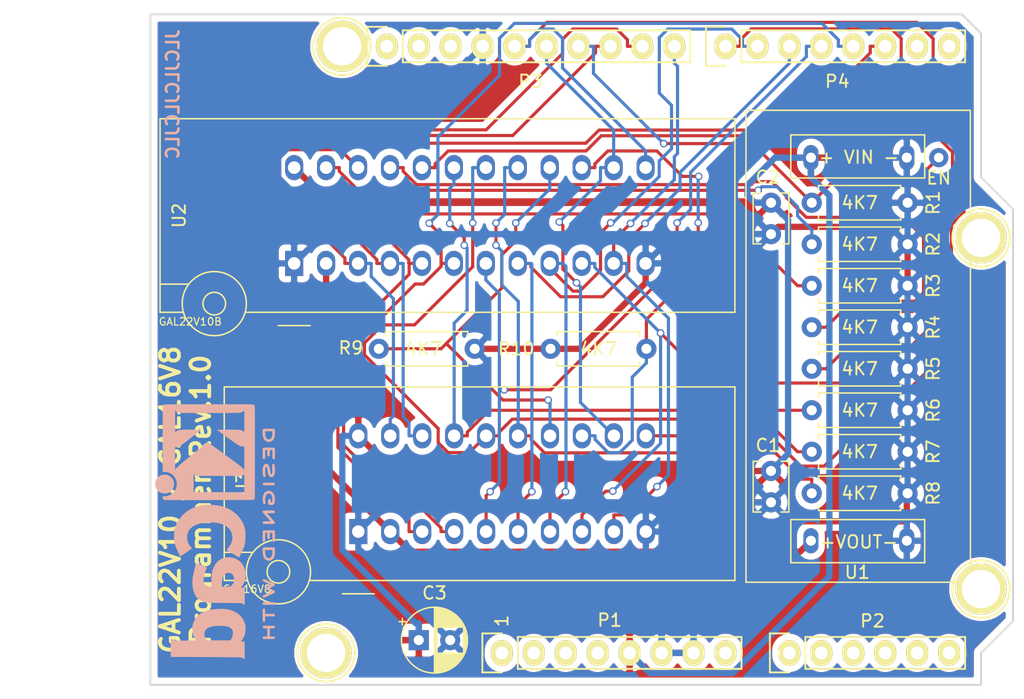
<source format=kicad_pcb>
(kicad_pcb (version 20171130) (host pcbnew 5.1.10)
  (title_block (date "lun. 30 mars 2015"))
  (layers (0 F.Cu signal) (31 B.Cu signal) (34 B.Paste user) (35 F.Paste user) (36 B.SilkS user) (37 F.SilkS user) (38 B.Mask user) (39 F.Mask user) (44 Edge.Cuts user))
  (net 0 "")
  (net 1 +5V)
  (net 2 GND)
  (net 3 "Net-(P5-Pad1)")
  (net 4 "Net-(P6-Pad1)")
  (net 5 "Net-(P7-Pad1)")
  (net 6 "Net-(P8-Pad1)")
  (net 7 "Net-(P1-Pad1)")
  (net 8 "Net-(P1-Pad2)")
  (net 9 "Net-(P1-Pad4)")
  (net 10 "Net-(P1-Pad8)")
  (net 11 "Net-(P2-Pad1)")
  (net 12 "Net-(P2-Pad2)")
  (net 13 "Net-(P2-Pad3)")
  (net 14 "Net-(P2-Pad4)")
  (net 15 "Net-(P2-Pad5)")
  (net 16 "Net-(P2-Pad6)")
  (net 17 /STROBE)
  (net 18 /SDOUT)
  (net 19 /VPP_EN)
  (net 20 /RA0)
  (net 21 /PV)
  (net 22 /SDIN)
  (net 23 /SCLK)
  (net 24 /RA5)
  (net 25 /RA4)
  (net 26 /RA3)
  (net 27 /RA2)
  (net 28 /RA1)
  (net 29 "Net-(R2-Pad2)")
  (net 30 "Net-(R3-Pad2)")
  (net 31 "Net-(R4-Pad2)")
  (net 32 "Net-(R5-Pad2)")
  (net 33 "Net-(R6-Pad2)")
  (net 34 "Net-(R7-Pad2)")
  (net 35 "Net-(R8-Pad2)")
  (net 36 "Net-(R9-Pad2)")
  (net 37 "Net-(R10-Pad2)")
  (net 38 /Edit)
  (net 39 "Net-(P1-Pad3)")
  (net 40 "Net-(P3-Pad1)")
  (net 41 "Net-(P3-Pad2)")
  (net 42 "Net-(P3-Pad3)")
  (net 43 "Net-(P4-Pad7)")
  (net 44 "Net-(P4-Pad8)")
  (module Resistor_THT:R_Axial_DIN0207_L6.3mm_D2.5mm_P7.62mm_Horizontal (layer F.Cu) (at 136.78 99.6315 180)
    (fp_text reference R9 (at 9.8425 0.0635 180) (layer F.SilkS))
    (fp_text value 4K7 (at 4.064 0) (layer F.SilkS))
    (pad 2 thru_hole oval (at 7.62 0 180) (size 1.6 1.6) (drill 0.8) (layers *.Cu *.Mask) (net 36 "Net-(R9-Pad2)"))
    (pad 1 thru_hole circle (at 0 0 180) (size 1.6 1.6) (drill 0.8) (layers *.Cu *.Mask) (net 2 GND))
  )
  (module Resistor_THT:R_Axial_DIN0207_L6.3mm_D2.5mm_P7.62mm_Horizontal (layer F.Cu) (at 142.812 99.6315)
    (fp_text reference R10 (at -2.7305 0 180) (layer F.SilkS))
    (fp_text value 4K7 (at 3.81 0) (layer F.SilkS))
    (pad 2 thru_hole oval (at 7.62 0) (size 1.6 1.6) (drill 0.8) (layers *.Cu *.Mask) (net 37 "Net-(R10-Pad2)"))
    (pad 1 thru_hole circle (at 0 0) (size 1.6 1.6) (drill 0.8) (layers *.Cu *.Mask) (net 2 GND))
  )
  (module MT3608:MT3608Module (layer F.Cu) (at 167.322 99.2505 90)
    (fp_text reference U1 (at -18.161 -0.127 180) (layer F.SilkS))
    (fp_text value MT3608_Module-My_Symbols)
    (fp_text user "+ VIN -" (at 14.859 0 180) (layer F.SilkS))
    (fp_text user +VOUT- (at -15.748 0 180) (layer F.SilkS))
    (fp_text user EN (at 13.208 6.35 180) (layer F.SilkS))
    (pad 4 thru_hole oval (at -15.6524 3.8092 180) (size 1.2 2) (drill 0.8) (layers *.Cu *.Mask) (net 2 GND))
    (pad 2 thru_hole oval (at 14.8276 3.8092 180) (size 1.2 2) (drill 0.8) (layers *.Cu *.Mask) (net 2 GND))
    (pad 3 thru_hole oval (at -15.6524 -3.8108 180) (size 1.2 2) (drill 0.8) (layers *.Cu *.Mask) (net 38 /Edit))
    (pad 1 thru_hole oval (at 14.8276 -3.8108 180) (size 1.2 2) (drill 0.8) (layers *.Cu *.Mask) (net 1 +5V))
    (pad 5 thru_hole circle (at 14.8276 6.3492 90) (size 1.524 1.524) (drill 0.762) (layers *.Cu *.Mask) (net 19 /VPP_EN))
  )
  (module Symbol:KiCad-Logo2_8mm_SilkScreen (layer B.Cu) (at 115.316 114.173 270)
    (fp_text reference REF** hide)
    (fp_text value KiCad-Logo2_8mm_SilkScreen hide)
  )
  (module Socket:DIP_Socket-20_W4.3_W5.08_W7.62_W10.16_W10.9_3M_220-3342-00-0602J (layer F.Cu) (at 127.528 114.173 90)
    (fp_text reference U3 (at 3.81 -9.164 90) (layer F.SilkS))
    (fp_text value GAL16V8 (at -4.572 -8.8465 180) (layer F.SilkS) (effects (font (size 0.6 0.6) (thickness 0.09))))
    (pad 11 thru_hole oval (at 7.62 22.86 90) (size 2 1.44) (drill 1) (layers *.Cu *.Mask) (net 17 /STROBE))
    (pad 10 thru_hole oval (at 0 22.86 90) (size 2 1.44) (drill 1) (layers *.Cu *.Mask) (net 2 GND))
    (pad 12 thru_hole oval (at 7.62 20.32 90) (size 2 1.44) (drill 1) (layers *.Cu *.Mask) (net 18 /SDOUT))
    (pad 9 thru_hole oval (at 0 20.32 90) (size 2 1.44) (drill 1) (layers *.Cu *.Mask) (net 22 /SDIN))
    (pad 13 thru_hole oval (at 7.62 17.78 90) (size 2 1.44) (drill 1) (layers *.Cu *.Mask) (net 37 "Net-(R10-Pad2)"))
    (pad 8 thru_hole oval (at 0 17.78 90) (size 2 1.44) (drill 1) (layers *.Cu *.Mask) (net 23 /SCLK))
    (pad 14 thru_hole oval (at 7.62 15.24 90) (size 2 1.44) (drill 1) (layers *.Cu *.Mask) (net 36 "Net-(R9-Pad2)"))
    (pad 7 thru_hole oval (at 0 15.24 90) (size 2 1.44) (drill 1) (layers *.Cu *.Mask) (net 24 /RA5))
    (pad 15 thru_hole oval (at 7.62 12.7 90) (size 2 1.44) (drill 1) (layers *.Cu *.Mask) (net 35 "Net-(R8-Pad2)"))
    (pad 6 thru_hole oval (at 0 12.7 90) (size 2 1.44) (drill 1) (layers *.Cu *.Mask) (net 25 /RA4))
    (pad 16 thru_hole oval (at 7.62 10.16 90) (size 2 1.44) (drill 1) (layers *.Cu *.Mask) (net 34 "Net-(R7-Pad2)"))
    (pad 5 thru_hole oval (at 0 10.16 90) (size 2 1.44) (drill 1) (layers *.Cu *.Mask) (net 26 /RA3))
    (pad 17 thru_hole oval (at 7.62 7.62 90) (size 2 1.44) (drill 1) (layers *.Cu *.Mask) (net 33 "Net-(R6-Pad2)"))
    (pad 4 thru_hole oval (at 0 7.62 90) (size 2 1.44) (drill 1) (layers *.Cu *.Mask) (net 27 /RA2))
    (pad 18 thru_hole oval (at 7.62 5.08 90) (size 2 1.44) (drill 1) (layers *.Cu *.Mask) (net 20 /RA0))
    (pad 3 thru_hole oval (at 0 5.08 90) (size 2 1.44) (drill 1) (layers *.Cu *.Mask) (net 28 /RA1))
    (pad 19 thru_hole oval (at 7.62 2.54 90) (size 2 1.44) (drill 1) (layers *.Cu *.Mask) (net 21 /PV))
    (pad 2 thru_hole oval (at 0 2.54 90) (size 2 1.44) (drill 1) (layers *.Cu *.Mask) (net 38 /Edit))
    (pad 20 thru_hole oval (at 7.62 0 90) (size 2 1.44) (drill 1) (layers *.Cu *.Mask) (net 1 +5V))
    (pad 1 thru_hole rect (at 0 0 90) (size 2 1.44) (drill 1) (layers *.Cu *.Mask) (net 2 GND))
  )
  (module Socket:DIP_Socket-24_W4.3_W5.08_W7.62_W10.16_W10.9_3M_224-5248-00-0602J (layer F.Cu) (at 122.428 92.837 90)
    (fp_text reference U2 (at 3.81 -9.144 90) (layer F.SilkS))
    (fp_text value GAL22V10B (at -4.6355 -8.255 180) (layer F.SilkS) (effects (font (size 0.6 0.6) (thickness 0.09))))
    (pad 13 thru_hole oval (at 7.62 27.94 90) (size 2 1.44) (drill 1) (layers *.Cu *.Mask) (net 17 /STROBE))
    (pad 12 thru_hole oval (at 0 27.94 90) (size 2 1.44) (drill 1) (layers *.Cu *.Mask) (net 2 GND))
    (pad 14 thru_hole oval (at 7.62 25.4 90) (size 2 1.44) (drill 1) (layers *.Cu *.Mask) (net 18 /SDOUT))
    (pad 11 thru_hole oval (at 0 25.4 90) (size 2 1.44) (drill 1) (layers *.Cu *.Mask) (net 22 /SDIN))
    (pad 15 thru_hole oval (at 7.62 22.86 90) (size 2 1.44) (drill 1) (layers *.Cu *.Mask) (net 37 "Net-(R10-Pad2)"))
    (pad 10 thru_hole oval (at 0 22.86 90) (size 2 1.44) (drill 1) (layers *.Cu *.Mask) (net 23 /SCLK))
    (pad 16 thru_hole oval (at 7.62 20.32 90) (size 2 1.44) (drill 1) (layers *.Cu *.Mask) (net 36 "Net-(R9-Pad2)"))
    (pad 9 thru_hole oval (at 0 20.32 90) (size 2 1.44) (drill 1) (layers *.Cu *.Mask) (net 24 /RA5))
    (pad 17 thru_hole oval (at 7.62 17.78 90) (size 2 1.44) (drill 1) (layers *.Cu *.Mask) (net 35 "Net-(R8-Pad2)"))
    (pad 8 thru_hole oval (at 0 17.78 90) (size 2 1.44) (drill 1) (layers *.Cu *.Mask) (net 25 /RA4))
    (pad 18 thru_hole oval (at 7.62 15.24 90) (size 2 1.44) (drill 1) (layers *.Cu *.Mask) (net 34 "Net-(R7-Pad2)"))
    (pad 7 thru_hole oval (at 0 15.24 90) (size 2 1.44) (drill 1) (layers *.Cu *.Mask) (net 26 /RA3))
    (pad 19 thru_hole oval (at 7.62 12.7 90) (size 2 1.44) (drill 1) (layers *.Cu *.Mask) (net 33 "Net-(R6-Pad2)"))
    (pad 6 thru_hole oval (at 0 12.7 90) (size 2 1.44) (drill 1) (layers *.Cu *.Mask) (net 27 /RA2))
    (pad 20 thru_hole oval (at 7.62 10.16 90) (size 2 1.44) (drill 1) (layers *.Cu *.Mask) (net 32 "Net-(R5-Pad2)"))
    (pad 5 thru_hole oval (at 0 10.16 90) (size 2 1.44) (drill 1) (layers *.Cu *.Mask) (net 28 /RA1))
    (pad 21 thru_hole oval (at 7.62 7.62 90) (size 2 1.44) (drill 1) (layers *.Cu *.Mask) (net 31 "Net-(R4-Pad2)"))
    (pad 4 thru_hole oval (at 0 7.62 90) (size 2 1.44) (drill 1) (layers *.Cu *.Mask) (net 20 /RA0))
    (pad 22 thru_hole oval (at 7.62 5.08 90) (size 2 1.44) (drill 1) (layers *.Cu *.Mask) (net 30 "Net-(R3-Pad2)"))
    (pad 3 thru_hole oval (at 0 5.08 90) (size 2 1.44) (drill 1) (layers *.Cu *.Mask) (net 21 /PV))
    (pad 23 thru_hole oval (at 7.62 2.54 90) (size 2 1.44) (drill 1) (layers *.Cu *.Mask) (net 29 "Net-(R2-Pad2)"))
    (pad 2 thru_hole oval (at 0 2.54 90) (size 2 1.44) (drill 1) (layers *.Cu *.Mask) (net 38 /Edit))
    (pad 24 thru_hole oval (at 7.62 0 90) (size 2 1.44) (drill 1) (layers *.Cu *.Mask) (net 1 +5V))
    (pad 1 thru_hole rect (at 0 0 90) (size 2 1.44) (drill 1) (layers *.Cu *.Mask) (net 2 GND))
  )
  (module Resistor_THT:R_Axial_DIN0207_L6.3mm_D2.5mm_P7.62mm_Horizontal (layer F.Cu) (at 171.196 111.125 180)
    (fp_text reference R8 (at -2.032 0 90) (layer F.SilkS))
    (fp_text value 4K7 (at 3.81 0) (layer F.SilkS))
    (pad 2 thru_hole oval (at 7.62 0 180) (size 1.6 1.6) (drill 0.8) (layers *.Cu *.Mask) (net 35 "Net-(R8-Pad2)"))
    (pad 1 thru_hole circle (at 0 0 180) (size 1.6 1.6) (drill 0.8) (layers *.Cu *.Mask) (net 2 GND))
  )
  (module Resistor_THT:R_Axial_DIN0207_L6.3mm_D2.5mm_P7.62mm_Horizontal (layer F.Cu) (at 171.196 107.823 180)
    (fp_text reference R7 (at -2.032 0 90) (layer F.SilkS))
    (fp_text value 4K7 (at 3.81 0) (layer F.SilkS))
    (pad 2 thru_hole oval (at 7.62 0 180) (size 1.6 1.6) (drill 0.8) (layers *.Cu *.Mask) (net 34 "Net-(R7-Pad2)"))
    (pad 1 thru_hole circle (at 0 0 180) (size 1.6 1.6) (drill 0.8) (layers *.Cu *.Mask) (net 2 GND))
  )
  (module Resistor_THT:R_Axial_DIN0207_L6.3mm_D2.5mm_P7.62mm_Horizontal (layer F.Cu) (at 171.196 104.521 180)
    (fp_text reference R6 (at -2.032 0 90) (layer F.SilkS))
    (fp_text value 4K7 (at 3.81 0) (layer F.SilkS))
    (pad 2 thru_hole oval (at 7.62 0 180) (size 1.6 1.6) (drill 0.8) (layers *.Cu *.Mask) (net 33 "Net-(R6-Pad2)"))
    (pad 1 thru_hole circle (at 0 0 180) (size 1.6 1.6) (drill 0.8) (layers *.Cu *.Mask) (net 2 GND))
  )
  (module Resistor_THT:R_Axial_DIN0207_L6.3mm_D2.5mm_P7.62mm_Horizontal (layer F.Cu) (at 171.196 101.219 180)
    (fp_text reference R5 (at -2.032 0 90) (layer F.SilkS))
    (fp_text value 4K7 (at 3.81 0) (layer F.SilkS))
    (pad 2 thru_hole oval (at 7.62 0 180) (size 1.6 1.6) (drill 0.8) (layers *.Cu *.Mask) (net 32 "Net-(R5-Pad2)"))
    (pad 1 thru_hole circle (at 0 0 180) (size 1.6 1.6) (drill 0.8) (layers *.Cu *.Mask) (net 2 GND))
  )
  (module Resistor_THT:R_Axial_DIN0207_L6.3mm_D2.5mm_P7.62mm_Horizontal (layer F.Cu) (at 171.196 97.917 180)
    (fp_text reference R4 (at -2.032 0 90) (layer F.SilkS))
    (fp_text value 4K7 (at 3.81 0) (layer F.SilkS))
    (pad 2 thru_hole oval (at 7.62 0 180) (size 1.6 1.6) (drill 0.8) (layers *.Cu *.Mask) (net 31 "Net-(R4-Pad2)"))
    (pad 1 thru_hole circle (at 0 0 180) (size 1.6 1.6) (drill 0.8) (layers *.Cu *.Mask) (net 2 GND))
  )
  (module Resistor_THT:R_Axial_DIN0207_L6.3mm_D2.5mm_P7.62mm_Horizontal (layer F.Cu) (at 171.196 94.615 180)
    (fp_text reference R3 (at -2.032 0 90) (layer F.SilkS))
    (fp_text value 4K7 (at 3.81 0) (layer F.SilkS))
    (pad 2 thru_hole oval (at 7.62 0 180) (size 1.6 1.6) (drill 0.8) (layers *.Cu *.Mask) (net 30 "Net-(R3-Pad2)"))
    (pad 1 thru_hole circle (at 0 0 180) (size 1.6 1.6) (drill 0.8) (layers *.Cu *.Mask) (net 2 GND))
  )
  (module Resistor_THT:R_Axial_DIN0207_L6.3mm_D2.5mm_P7.62mm_Horizontal (layer F.Cu) (at 171.196 91.313 180)
    (fp_text reference R2 (at -2.032 0 90) (layer F.SilkS))
    (fp_text value 4K7 (at 3.81 0) (layer F.SilkS))
    (pad 2 thru_hole oval (at 7.62 0 180) (size 1.6 1.6) (drill 0.8) (layers *.Cu *.Mask) (net 29 "Net-(R2-Pad2)"))
    (pad 1 thru_hole circle (at 0 0 180) (size 1.6 1.6) (drill 0.8) (layers *.Cu *.Mask) (net 2 GND))
  )
  (module Resistor_THT:R_Axial_DIN0207_L6.3mm_D2.5mm_P7.62mm_Horizontal (layer F.Cu) (at 163.576 88.011)
    (fp_text reference R1 (at 9.652 0 90) (layer F.SilkS))
    (fp_text value 4K7 (at 3.81 0) (layer F.SilkS))
    (pad 2 thru_hole oval (at 7.62 0) (size 1.6 1.6) (drill 0.8) (layers *.Cu *.Mask) (net 2 GND))
    (pad 1 thru_hole circle (at 0 0) (size 1.6 1.6) (drill 0.8) (layers *.Cu *.Mask) (net 19 /VPP_EN))
  )
  (module Capacitor_THT:CP_Radial_D5.0mm_P2.50mm (layer F.Cu) (at 132.334 122.809)
    (fp_text reference C3 (at 1.25 -3.75) (layer F.SilkS))
    (fp_text value 10uF)
    (pad 2 thru_hole circle (at 2.5 0) (size 1.6 1.6) (drill 0.8) (layers *.Cu *.Mask) (net 2 GND))
    (pad 1 thru_hole rect (at 0 0) (size 1.6 1.6) (drill 0.8) (layers *.Cu *.Mask) (net 1 +5V))
  )
  (module Capacitor_THT:C_Disc_D3.8mm_W2.6mm_P2.50mm (layer F.Cu) (at 160.338 88.011 270)
    (fp_text reference C2 (at -2.032 0.254 180) (layer F.SilkS))
    (fp_text value 100nF)
    (pad 2 thru_hole circle (at 2.5 0 270) (size 1.6 1.6) (drill 0.8) (layers *.Cu *.Mask) (net 2 GND))
    (pad 1 thru_hole circle (at 0 0 270) (size 1.6 1.6) (drill 0.8) (layers *.Cu *.Mask) (net 1 +5V))
  )
  (module Capacitor_THT:C_Disc_D3.8mm_W2.6mm_P2.50mm (layer F.Cu) (at 160.338 109.347 270)
    (fp_text reference C1 (at -2.032 0.254 180) (layer F.SilkS))
    (fp_text value 100nF)
    (pad 2 thru_hole circle (at 2.5 0 270) (size 1.6 1.6) (drill 0.8) (layers *.Cu *.Mask) (net 2 GND))
    (pad 1 thru_hole circle (at 0 0 270) (size 1.6 1.6) (drill 0.8) (layers *.Cu *.Mask) (net 1 +5V))
  )
  (module Socket_Arduino_Uno:Socket_Strip_Arduino_1x08 (layer F.Cu) (at 138.938 123.825)
    (fp_text reference P1 (at 8.5725 -2.6035) (layer F.SilkS))
    (fp_text value Power)
    (pad 8 thru_hole oval (at 17.78 0) (size 1.7272 2.032) (drill 1.016) (layers *.Cu *.Mask F.SilkS) (net 10 "Net-(P1-Pad8)"))
    (pad 7 thru_hole oval (at 15.24 0) (size 1.7272 2.032) (drill 1.016) (layers *.Cu *.Mask F.SilkS) (net 2 GND))
    (pad 6 thru_hole oval (at 12.7 0) (size 1.7272 2.032) (drill 1.016) (layers *.Cu *.Mask F.SilkS) (net 2 GND))
    (pad 5 thru_hole oval (at 10.16 0) (size 1.7272 2.032) (drill 1.016) (layers *.Cu *.Mask F.SilkS) (net 1 +5V))
    (pad 4 thru_hole oval (at 7.62 0) (size 1.7272 2.032) (drill 1.016) (layers *.Cu *.Mask F.SilkS) (net 9 "Net-(P1-Pad4)"))
    (pad 3 thru_hole oval (at 5.08 0) (size 1.7272 2.032) (drill 1.016) (layers *.Cu *.Mask F.SilkS) (net 39 "Net-(P1-Pad3)"))
    (pad 2 thru_hole oval (at 2.54 0) (size 1.7272 2.032) (drill 1.016) (layers *.Cu *.Mask F.SilkS) (net 8 "Net-(P1-Pad2)"))
    (pad 1 thru_hole oval (at 0 0) (size 1.7272 2.032) (drill 1.016) (layers *.Cu *.Mask F.SilkS) (net 7 "Net-(P1-Pad1)"))
  )
  (module Socket_Arduino_Uno:Socket_Strip_Arduino_1x06 (layer F.Cu) (at 161.798 123.825)
    (fp_text reference P2 (at 6.604 -2.54) (layer F.SilkS))
    (fp_text value Analog)
    (pad 1 thru_hole oval (at 0 0) (size 1.7272 2.032) (drill 1.016) (layers *.Cu *.Mask F.SilkS) (net 11 "Net-(P2-Pad1)"))
    (pad 2 thru_hole oval (at 2.54 0) (size 1.7272 2.032) (drill 1.016) (layers *.Cu *.Mask F.SilkS) (net 12 "Net-(P2-Pad2)"))
    (pad 3 thru_hole oval (at 5.08 0) (size 1.7272 2.032) (drill 1.016) (layers *.Cu *.Mask F.SilkS) (net 13 "Net-(P2-Pad3)"))
    (pad 4 thru_hole oval (at 7.62 0) (size 1.7272 2.032) (drill 1.016) (layers *.Cu *.Mask F.SilkS) (net 14 "Net-(P2-Pad4)"))
    (pad 5 thru_hole oval (at 10.16 0) (size 1.7272 2.032) (drill 1.016) (layers *.Cu *.Mask F.SilkS) (net 15 "Net-(P2-Pad5)"))
    (pad 6 thru_hole oval (at 12.7 0) (size 1.7272 2.032) (drill 1.016) (layers *.Cu *.Mask F.SilkS) (net 16 "Net-(P2-Pad6)"))
  )
  (module Socket_Arduino_Uno:Socket_Strip_Arduino_1x10 (layer F.Cu) (at 129.794 75.565)
    (fp_text reference P3 (at 11.43 2.794) (layer F.SilkS))
    (fp_text value Digital)
    (pad 1 thru_hole oval (at 0 0) (size 1.7272 2.032) (drill 1.016) (layers *.Cu *.Mask F.SilkS) (net 40 "Net-(P3-Pad1)"))
    (pad 2 thru_hole oval (at 2.54 0) (size 1.7272 2.032) (drill 1.016) (layers *.Cu *.Mask F.SilkS) (net 41 "Net-(P3-Pad2)"))
    (pad 3 thru_hole oval (at 5.08 0) (size 1.7272 2.032) (drill 1.016) (layers *.Cu *.Mask F.SilkS) (net 42 "Net-(P3-Pad3)"))
    (pad 4 thru_hole oval (at 7.62 0) (size 1.7272 2.032) (drill 1.016) (layers *.Cu *.Mask F.SilkS) (net 2 GND))
    (pad 5 thru_hole oval (at 10.16 0) (size 1.7272 2.032) (drill 1.016) (layers *.Cu *.Mask F.SilkS) (net 17 /STROBE))
    (pad 6 thru_hole oval (at 12.7 0) (size 1.7272 2.032) (drill 1.016) (layers *.Cu *.Mask F.SilkS) (net 18 /SDOUT))
    (pad 7 thru_hole oval (at 15.24 0) (size 1.7272 2.032) (drill 1.016) (layers *.Cu *.Mask F.SilkS) (net 19 /VPP_EN))
    (pad 8 thru_hole oval (at 17.78 0) (size 1.7272 2.032) (drill 1.016) (layers *.Cu *.Mask F.SilkS) (net 20 /RA0))
    (pad 9 thru_hole oval (at 20.32 0) (size 1.7272 2.032) (drill 1.016) (layers *.Cu *.Mask F.SilkS) (net 21 /PV))
    (pad 10 thru_hole oval (at 22.86 0) (size 1.7272 2.032) (drill 1.016) (layers *.Cu *.Mask F.SilkS) (net 22 /SDIN))
  )
  (module Socket_Arduino_Uno:Socket_Strip_Arduino_1x08 (layer F.Cu) (at 156.718 75.565)
    (fp_text reference P4 (at 8.89 2.794) (layer F.SilkS))
    (fp_text value Digital)
    (pad 1 thru_hole oval (at 0 0) (size 1.7272 2.032) (drill 1.016) (layers *.Cu *.Mask F.SilkS) (net 23 /SCLK))
    (pad 2 thru_hole oval (at 2.54 0) (size 1.7272 2.032) (drill 1.016) (layers *.Cu *.Mask F.SilkS) (net 24 /RA5))
    (pad 3 thru_hole oval (at 5.08 0) (size 1.7272 2.032) (drill 1.016) (layers *.Cu *.Mask F.SilkS) (net 25 /RA4))
    (pad 4 thru_hole oval (at 7.62 0) (size 1.7272 2.032) (drill 1.016) (layers *.Cu *.Mask F.SilkS) (net 26 /RA3))
    (pad 5 thru_hole oval (at 10.16 0) (size 1.7272 2.032) (drill 1.016) (layers *.Cu *.Mask F.SilkS) (net 27 /RA2))
    (pad 6 thru_hole oval (at 12.7 0) (size 1.7272 2.032) (drill 1.016) (layers *.Cu *.Mask F.SilkS) (net 28 /RA1))
    (pad 7 thru_hole oval (at 15.24 0) (size 1.7272 2.032) (drill 1.016) (layers *.Cu *.Mask F.SilkS) (net 43 "Net-(P4-Pad7)"))
    (pad 8 thru_hole oval (at 17.78 0) (size 1.7272 2.032) (drill 1.016) (layers *.Cu *.Mask F.SilkS) (net 44 "Net-(P4-Pad8)"))
  )
  (module Socket_Arduino_Uno:Arduino_1pin (layer F.Cu) (at 124.968 123.825)
    (fp_text reference P5 hide)
    (fp_text value CONN_01X01 hide)
    (pad 1 thru_hole circle (at 0 0) (size 4.064 4.064) (drill 3.048) (layers *.Cu *.Mask F.SilkS) (net 3 "Net-(P5-Pad1)"))
  )
  (module Socket_Arduino_Uno:Arduino_1pin (layer F.Cu) (at 177.038 118.745)
    (fp_text reference P6 hide)
    (fp_text value CONN_01X01 hide)
    (pad 1 thru_hole circle (at 0 0) (size 4.064 4.064) (drill 3.048) (layers *.Cu *.Mask F.SilkS) (net 4 "Net-(P6-Pad1)"))
  )
  (module Socket_Arduino_Uno:Arduino_1pin (layer F.Cu) (at 126.238 75.565)
    (fp_text reference P7 hide)
    (fp_text value CONN_01X01 hide)
    (pad 1 thru_hole circle (at 0 0) (size 4.064 4.064) (drill 3.048) (layers *.Cu *.Mask F.SilkS) (net 5 "Net-(P7-Pad1)"))
  )
  (module Socket_Arduino_Uno:Arduino_1pin (layer F.Cu) (at 177.038 90.805)
    (fp_text reference P8 hide)
    (fp_text value CONN_01X01 hide)
    (pad 1 thru_hole circle (at 0 0) (size 4.064 4.064) (drill 3.048) (layers *.Cu *.Mask F.SilkS) (net 6 "Net-(P8-Pad1)"))
  )
  (gr_text JLCJLCJLCJLC (at 112.776 79.375 90) (layer B.SilkS) (effects (font (size 1 1) (thickness 0.2)) (justify mirror)))
  (gr_text "GAL22V10 / GAL16V8\nProgrammer Rev.1.0" (at 113.792 111.633 90) (layer F.SilkS) (effects (font (size 1.5 1.5) (thickness 0.3))))
  (gr_text 1 (at 138.938 121.285 90) (layer F.SilkS) (effects (font (size 1 1))))
  (gr_line (start 177.038 74.549) (end 175.514 73.025) (angle 90) (layer Edge.Cuts) (width 0.15))
  (gr_line (start 177.038 85.979) (end 177.038 74.549) (angle 90) (layer Edge.Cuts) (width 0.15))
  (gr_line (start 179.578 88.519) (end 177.038 85.979) (angle 90) (layer Edge.Cuts) (width 0.15))
  (gr_line (start 179.578 121.285) (end 179.578 88.519) (angle 90) (layer Edge.Cuts) (width 0.15))
  (gr_line (start 177.038 123.825) (end 179.578 121.285) (angle 90) (layer Edge.Cuts) (width 0.15))
  (gr_line (start 177.038 126.365) (end 177.038 123.825) (angle 90) (layer Edge.Cuts) (width 0.15))
  (gr_line (start 110.998 126.365) (end 177.038 126.365) (angle 90) (layer Edge.Cuts) (width 0.15))
  (gr_line (start 110.998 73.025) (end 110.998 126.365) (angle 90) (layer Edge.Cuts) (width 0.15))
  (gr_line (start 175.514 73.025) (end 110.998 73.025) (angle 90) (layer Edge.Cuts) (width 0.15))
  (segment (start 163.5112 84.4229) (end 163.5112 85.9732) (width 0.5) (layer B.Cu) (net 1))
  (segment (start 149.098 123.825) (end 150.7 125.427) (width 0.5) (layer B.Cu) (net 1))
  (segment (start 150.7 125.427) (end 157.2795 125.427) (width 0.5) (layer B.Cu) (net 1))
  (segment (start 157.2795 125.427) (end 164.9796 117.7269) (width 0.5) (layer B.Cu) (net 1))
  (segment (start 164.9796 117.7269) (end 164.9796 87.4416) (width 0.5) (layer B.Cu) (net 1))
  (segment (start 164.9796 87.4416) (end 163.5112 85.9732) (width 0.5) (layer B.Cu) (net 1))
  (segment (start 125.6455 90.511) (end 121.1577 86.0232) (width 0.5) (layer B.Cu) (net 2))
  (segment (start 121.1577 86.0232) (end 121.1577 84.4108) (width 0.5) (layer B.Cu) (net 2))
  (segment (start 121.1577 84.4108) (end 127.331 78.2375) (width 0.5) (layer B.Cu) (net 2))
  (segment (start 127.331 78.2375) (end 134.7415 78.2375) (width 0.5) (layer B.Cu) (net 2))
  (segment (start 134.7415 78.2375) (end 137.414 75.565) (width 0.5) (layer B.Cu) (net 2))
  (segment (start 125.6455 90.511) (end 124.754 90.511) (width 0.5) (layer B.Cu) (net 2))
  (segment (start 124.754 90.511) (end 122.428 92.837) (width 0.5) (layer B.Cu) (net 2))
  (segment (start 152.694 90.511) (end 125.6455 90.511) (width 0.5) (layer B.Cu) (net 2))
  (segment (start 151.638 123.825) (end 154.178 123.825) (width 0.5) (layer F.Cu) (net 2))
  (segment (start 151.551 113.01) (end 151.638 113.097) (width 0.5) (layer B.Cu) (net 2))
  (segment (start 151.638 113.097) (end 151.638 123.825) (width 0.5) (layer B.Cu) (net 2))
  (segment (start 151.551 113.01) (end 150.388 114.173) (width 0.5) (layer B.Cu) (net 2))
  (segment (start 152.714 111.847) (end 151.551 113.01) (width 0.5) (layer B.Cu) (net 2))
  (segment (start 171.196 111.125) (end 171.196 107.823) (width 0.5) (layer B.Cu) (net 2))
  (segment (start 150.368 92.837) (end 150.368 94.3873) (width 0.5) (layer F.Cu) (net 2))
  (segment (start 150.368 94.3873) (end 145.1238 99.6315) (width 0.5) (layer F.Cu) (net 2))
  (segment (start 145.1238 99.6315) (end 142.812 99.6315) (width 0.5) (layer F.Cu) (net 2))
  (segment (start 171.196 88.011) (end 171.196 86.6607) (width 0.5) (layer B.Cu) (net 2))
  (segment (start 171.196 86.6607) (end 171.1312 86.5959) (width 0.5) (layer B.Cu) (net 2))
  (segment (start 171.1312 86.5959) (end 171.1312 84.4229) (width 0.5) (layer B.Cu) (net 2))
  (segment (start 171.196 88.011) (end 171.196 91.313) (width 0.5) (layer B.Cu) (net 2))
  (segment (start 171.196 111.125) (end 171.1312 111.1898) (width 0.5) (layer F.Cu) (net 2))
  (segment (start 171.1312 111.1898) (end 171.1312 113.3526) (width 0.5) (layer F.Cu) (net 2))
  (segment (start 171.1312 114.9029) (end 171.1312 113.3526) (width 0.5) (layer F.Cu) (net 2))
  (segment (start 160.338 111.847) (end 161.8436 113.3526) (width 0.5) (layer F.Cu) (net 2))
  (segment (start 161.8436 113.3526) (end 171.1312 113.3526) (width 0.5) (layer F.Cu) (net 2))
  (segment (start 127.528 114.173) (end 127.528 115.7233) (width 0.5) (layer B.Cu) (net 2))
  (segment (start 136.78 99.6315) (end 142.812 99.6315) (width 0.5) (layer F.Cu) (net 2))
  (segment (start 152.714 111.847) (end 129.854 111.847) (width 0.5) (layer B.Cu) (net 2))
  (segment (start 129.854 111.847) (end 127.528 114.173) (width 0.5) (layer B.Cu) (net 2))
  (segment (start 171.196 104.521) (end 171.196 107.823) (width 0.5) (layer B.Cu) (net 2))
  (segment (start 171.196 101.219) (end 171.196 104.521) (width 0.5) (layer B.Cu) (net 2))
  (segment (start 171.196 97.917) (end 171.196 101.219) (width 0.5) (layer B.Cu) (net 2))
  (segment (start 171.196 94.615) (end 171.196 97.917) (width 0.5) (layer B.Cu) (net 2))
  (segment (start 171.196 91.313) (end 171.196 94.615) (width 0.5) (layer F.Cu) (net 2))
  (segment (start 160.338 90.511) (end 160.9217 89.9273) (width 0.5) (layer F.Cu) (net 2))
  (segment (start 160.9217 89.9273) (end 169.8103 89.9273) (width 0.5) (layer F.Cu) (net 2))
  (segment (start 169.8103 89.9273) (end 171.196 91.313) (width 0.5) (layer F.Cu) (net 2))
  (segment (start 134.834 122.809) (end 127.7483 115.7233) (width 0.5) (layer B.Cu) (net 2))
  (segment (start 127.7483 115.7233) (end 127.528 115.7233) (width 0.5) (layer B.Cu) (net 2))
  (segment (start 160.338 111.847) (end 152.714 111.847) (width 0.5) (layer B.Cu) (net 2))
  (segment (start 160.338 90.511) (end 152.694 90.511) (width 0.5) (layer B.Cu) (net 2))
  (segment (start 160.338 111.847) (end 152.714 111.847) (width 0.5) (layer B.Cu) (net 2))
  (segment (start 160.338 90.511) (end 152.694 90.511) (width 0.5) (layer B.Cu) (net 2))
  (segment (start 152.694 90.511) (end 150.368 92.837) (width 0.5) (layer B.Cu) (net 2))
  (segment (start 132.334 122.809) (end 132.334 121.4587) (width 0.5) (layer B.Cu) (net 1))
  (segment (start 127.528 106.553) (end 126.2577 106.553) (width 0.5) (layer B.Cu) (net 1))
  (segment (start 126.2577 106.553) (end 126.2577 115.6356) (width 0.5) (layer B.Cu) (net 1))
  (segment (start 126.2577 115.6356) (end 132.0808 121.4587) (width 0.5) (layer B.Cu) (net 1))
  (segment (start 132.0808 121.4587) (end 132.334 121.4587) (width 0.5) (layer B.Cu) (net 1))
  (segment (start 160.338 88.011) (end 161.6947 89.3677) (width 0.5) (layer B.Cu) (net 1))
  (segment (start 161.6947 89.3677) (end 161.6947 107.9903) (width 0.5) (layer B.Cu) (net 1))
  (segment (start 161.6947 107.9903) (end 160.338 109.347) (width 0.5) (layer B.Cu) (net 1))
  (segment (start 127.528 106.553) (end 130.322 109.347) (width 0.5) (layer F.Cu) (net 1))
  (segment (start 130.322 109.347) (end 160.338 109.347) (width 0.5) (layer F.Cu) (net 1))
  (segment (start 122.428 85.217) (end 125.222 88.011) (width 0.5) (layer F.Cu) (net 1))
  (segment (start 125.222 88.011) (end 160.338 88.011) (width 0.5) (layer F.Cu) (net 1))
  (segment (start 159.050298 88.011) (end 160.338 88.011) (width 0.5) (layer B.Cu) (net 1))
  (segment (start 158.467799 87.428501) (end 159.050298 88.011) (width 0.5) (layer B.Cu) (net 1))
  (segment (start 158.467799 86.612499) (end 158.467799 87.428501) (width 0.5) (layer B.Cu) (net 1))
  (segment (start 160.657398 84.4229) (end 158.467799 86.612499) (width 0.5) (layer B.Cu) (net 1))
  (segment (start 163.5112 84.4229) (end 160.657398 84.4229) (width 0.5) (layer B.Cu) (net 1))
  (segment (start 150.388 106.553) (end 160.294 106.553) (width 0.25) (layer F.Cu) (net 17))
  (segment (start 160.294 106.553) (end 162.704 108.963) (width 0.25) (layer F.Cu) (net 17))
  (segment (start 162.704 108.963) (end 164.5688 108.963) (width 0.25) (layer F.Cu) (net 17))
  (segment (start 164.5688 108.963) (end 170.7273 102.8045) (width 0.25) (layer F.Cu) (net 17))
  (segment (start 170.7273 102.8045) (end 171.3628 102.8045) (width 0.25) (layer F.Cu) (net 17))
  (segment (start 171.3628 102.8045) (end 174.6806 99.4867) (width 0.25) (layer F.Cu) (net 17))
  (segment (start 174.6806 99.4867) (end 174.6806 89.7659) (width 0.25) (layer F.Cu) (net 17))
  (segment (start 174.6806 89.7659) (end 175.6855 88.761) (width 0.25) (layer F.Cu) (net 17))
  (segment (start 175.6855 88.761) (end 175.6855 79.3639) (width 0.25) (layer F.Cu) (net 17))
  (segment (start 175.6855 79.3639) (end 173.228 76.9064) (width 0.25) (layer F.Cu) (net 17))
  (segment (start 173.228 76.9064) (end 173.228 74.9616) (width 0.25) (layer F.Cu) (net 17))
  (segment (start 173.228 74.9616) (end 171.9282 73.6618) (width 0.25) (layer F.Cu) (net 17))
  (segment (start 171.9282 73.6618) (end 142.526 73.6618) (width 0.25) (layer F.Cu) (net 17))
  (segment (start 142.526 73.6618) (end 141.1429 75.0449) (width 0.25) (layer F.Cu) (net 17))
  (segment (start 141.1429 75.0449) (end 141.1429 75.565) (width 0.25) (layer F.Cu) (net 17))
  (segment (start 150.368 85.217) (end 150.368 83.8917) (width 0.25) (layer B.Cu) (net 17))
  (segment (start 139.954 75.565) (end 141.1429 75.565) (width 0.25) (layer B.Cu) (net 17))
  (segment (start 141.1429 75.565) (end 141.1429 75.0449) (width 0.25) (layer B.Cu) (net 17))
  (segment (start 141.1429 75.0449) (end 141.9935 74.1943) (width 0.25) (layer B.Cu) (net 17))
  (segment (start 141.9935 74.1943) (end 143.0212 74.1943) (width 0.25) (layer B.Cu) (net 17))
  (segment (start 143.0212 74.1943) (end 143.764 74.9371) (width 0.25) (layer B.Cu) (net 17))
  (segment (start 143.764 74.9371) (end 143.764 77.2877) (width 0.25) (layer B.Cu) (net 17))
  (segment (start 143.764 77.2877) (end 150.368 83.8917) (width 0.25) (layer B.Cu) (net 17))
  (segment (start 139.954 75.565) (end 141.1429 75.565) (width 0.25) (layer F.Cu) (net 17))
  (segment (start 142.494 76.9063) (end 147.828 82.2403) (width 0.25) (layer B.Cu) (net 18))
  (segment (start 147.828 82.2403) (end 147.828 85.217) (width 0.25) (layer B.Cu) (net 18))
  (segment (start 147.828 85.217) (end 146.7827 85.217) (width 0.25) (layer B.Cu) (net 18))
  (segment (start 144.8746 94.3765) (end 143.7934 93.2953) (width 0.25) (layer F.Cu) (net 18))
  (segment (start 143.7934 93.2953) (end 143.7934 89.8298) (width 0.25) (layer F.Cu) (net 18))
  (segment (start 143.7934 89.8298) (end 143.5043 89.5407) (width 0.25) (layer F.Cu) (net 18))
  (segment (start 146.7827 85.217) (end 146.7827 86.2623) (width 0.25) (layer B.Cu) (net 18))
  (segment (start 146.7827 86.2623) (end 143.5043 89.5407) (width 0.25) (layer B.Cu) (net 18))
  (segment (start 144.8746 94.3765) (end 145.1907 94.6926) (width 0.25) (layer B.Cu) (net 18))
  (segment (start 145.1907 94.6926) (end 145.1908 94.6926) (width 0.25) (layer B.Cu) (net 18))
  (segment (start 145.1908 94.6926) (end 145.1908 103.8958) (width 0.25) (layer B.Cu) (net 18))
  (segment (start 145.1908 103.8958) (end 147.848 106.553) (width 0.25) (layer B.Cu) (net 18))
  (segment (start 142.494 75.565) (end 142.494 76.9063) (width 0.25) (layer B.Cu) (net 18))
  (via (at 144.8746 94.3765) (size 0.6) (layers F.Cu B.Cu) (net 18))
  (via (at 143.5043 89.5407) (size 0.6) (layers F.Cu B.Cu) (net 18))
  (segment (start 146.2229 75.565) (end 146.2229 77.7254) (width 0.25) (layer B.Cu) (net 19))
  (segment (start 146.2229 77.7254) (end 151.8034 83.3059) (width 0.25) (layer B.Cu) (net 19))
  (segment (start 163.576 88.011) (end 158.8709 83.3059) (width 0.25) (layer F.Cu) (net 19))
  (segment (start 158.8709 83.3059) (end 151.8034 83.3059) (width 0.25) (layer F.Cu) (net 19))
  (segment (start 163.576 88.011) (end 165.3439 86.2431) (width 0.25) (layer F.Cu) (net 19))
  (segment (start 165.3439 86.2431) (end 171.851 86.2431) (width 0.25) (layer F.Cu) (net 19))
  (segment (start 171.851 86.2431) (end 173.6712 84.4229) (width 0.25) (layer F.Cu) (net 19))
  (segment (start 145.034 75.565) (end 146.2229 75.565) (width 0.25) (layer B.Cu) (net 19))
  (via (at 151.8034 83.3059) (size 0.6) (layers F.Cu B.Cu) (net 19))
  (segment (start 146.3851 75.565) (end 146.3851 76.0851) (width 0.25) (layer F.Cu) (net 20))
  (segment (start 146.3851 76.0851) (end 139.8049 82.6653) (width 0.25) (layer F.Cu) (net 20))
  (segment (start 139.8049 82.6653) (end 121.7406 82.6653) (width 0.25) (layer F.Cu) (net 20))
  (segment (start 121.7406 82.6653) (end 120.3803 84.0256) (width 0.25) (layer F.Cu) (net 20))
  (segment (start 120.3803 84.0256) (end 120.3803 86.3562) (width 0.25) (layer F.Cu) (net 20))
  (segment (start 120.3803 86.3562) (end 124.5225 90.4984) (width 0.25) (layer F.Cu) (net 20))
  (segment (start 124.5225 90.4984) (end 126.9581 90.4984) (width 0.25) (layer F.Cu) (net 20))
  (segment (start 126.9581 90.4984) (end 129.0027 92.543) (width 0.25) (layer F.Cu) (net 20))
  (segment (start 129.0027 92.543) (end 129.0027 92.837) (width 0.25) (layer F.Cu) (net 20))
  (segment (start 130.048 92.837) (end 129.0027 92.837) (width 0.25) (layer F.Cu) (net 20))
  (segment (start 147.574 75.565) (end 146.3851 75.565) (width 0.25) (layer F.Cu) (net 20))
  (segment (start 132.608 106.553) (end 131.5627 106.553) (width 0.25) (layer B.Cu) (net 20))
  (segment (start 130.048 92.837) (end 131.0933 92.837) (width 0.25) (layer B.Cu) (net 20))
  (segment (start 131.0933 92.837) (end 131.0933 105.0383) (width 0.25) (layer B.Cu) (net 20))
  (segment (start 131.0933 105.0383) (end 131.5627 105.5077) (width 0.25) (layer B.Cu) (net 20))
  (segment (start 131.5627 105.5077) (end 131.5627 106.553) (width 0.25) (layer B.Cu) (net 20))
  (segment (start 148.9251 75.565) (end 148.9251 75.0449) (width 0.25) (layer F.Cu) (net 21))
  (segment (start 148.9251 75.0449) (end 148.0734 74.1932) (width 0.25) (layer F.Cu) (net 21))
  (segment (start 148.0734 74.1932) (end 144.5719 74.1932) (width 0.25) (layer F.Cu) (net 21))
  (segment (start 144.5719 74.1932) (end 143.764 75.0011) (width 0.25) (layer F.Cu) (net 21))
  (segment (start 143.764 75.0011) (end 143.764 76.1404) (width 0.25) (layer F.Cu) (net 21))
  (segment (start 143.764 76.1404) (end 137.6894 82.215) (width 0.25) (layer F.Cu) (net 21))
  (segment (start 137.6894 82.215) (end 121.554 82.215) (width 0.25) (layer F.Cu) (net 21))
  (segment (start 121.554 82.215) (end 119.93 83.839) (width 0.25) (layer F.Cu) (net 21))
  (segment (start 119.93 83.839) (end 119.93 86.5428) (width 0.25) (layer F.Cu) (net 21))
  (segment (start 119.93 86.5428) (end 124.3794 90.9922) (width 0.25) (layer F.Cu) (net 21))
  (segment (start 124.3794 90.9922) (end 125.0413 90.9922) (width 0.25) (layer F.Cu) (net 21))
  (segment (start 125.0413 90.9922) (end 126.4627 92.4136) (width 0.25) (layer F.Cu) (net 21))
  (segment (start 126.4627 92.4136) (end 126.4627 92.837) (width 0.25) (layer F.Cu) (net 21))
  (segment (start 150.114 75.565) (end 148.9251 75.565) (width 0.25) (layer F.Cu) (net 21))
  (segment (start 127.508 92.837) (end 126.4627 92.837) (width 0.25) (layer F.Cu) (net 21))
  (segment (start 130.068 106.553) (end 130.068 105.2277) (width 0.25) (layer B.Cu) (net 21))
  (segment (start 127.508 92.837) (end 128.5533 92.837) (width 0.25) (layer B.Cu) (net 21))
  (segment (start 128.5533 92.837) (end 128.5533 93.8823) (width 0.25) (layer B.Cu) (net 21))
  (segment (start 128.5533 93.8823) (end 130.3188 95.6478) (width 0.25) (layer B.Cu) (net 21))
  (segment (start 130.3188 95.6478) (end 130.3188 104.9769) (width 0.25) (layer B.Cu) (net 21))
  (segment (start 130.3188 104.9769) (end 130.068 105.2277) (width 0.25) (layer B.Cu) (net 21))
  (segment (start 147.828 92.837) (end 148.8733 92.837) (width 0.25) (layer B.Cu) (net 22))
  (segment (start 147.848 114.173) (end 147.848 112.8477) (width 0.25) (layer F.Cu) (net 22))
  (segment (start 151.2698 110.5947) (end 149.0168 112.8477) (width 0.25) (layer F.Cu) (net 22))
  (segment (start 149.0168 112.8477) (end 147.848 112.8477) (width 0.25) (layer F.Cu) (net 22))
  (segment (start 148.8733 92.837) (end 148.8733 93.8823) (width 0.25) (layer B.Cu) (net 22))
  (segment (start 148.8733 93.8823) (end 152.1844 97.1934) (width 0.25) (layer B.Cu) (net 22))
  (segment (start 152.1844 97.1934) (end 152.1844 109.6801) (width 0.25) (layer B.Cu) (net 22))
  (segment (start 152.1844 109.6801) (end 151.2698 110.5947) (width 0.25) (layer B.Cu) (net 22))
  (segment (start 149.1677 89.6596) (end 152.6539 86.1734) (width 0.25) (layer B.Cu) (net 22))
  (segment (start 152.6539 86.1734) (end 152.6539 84.3431) (width 0.25) (layer B.Cu) (net 22))
  (segment (start 152.6539 84.3431) (end 152.9064 84.0906) (width 0.25) (layer B.Cu) (net 22))
  (segment (start 152.9064 84.0906) (end 152.9064 77.1587) (width 0.25) (layer B.Cu) (net 22))
  (segment (start 152.9064 77.1587) (end 152.654 76.9063) (width 0.25) (layer B.Cu) (net 22))
  (segment (start 152.654 75.565) (end 152.654 76.9063) (width 0.25) (layer B.Cu) (net 22))
  (segment (start 149.1677 89.6596) (end 147.828 90.9993) (width 0.25) (layer F.Cu) (net 22))
  (segment (start 147.828 90.9993) (end 147.828 92.837) (width 0.25) (layer F.Cu) (net 22))
  (via (at 151.2698 110.5947) (size 0.6) (layers F.Cu B.Cu) (net 22))
  (via (at 149.1677 89.6596) (size 0.6) (layers F.Cu B.Cu) (net 22))
  (segment (start 157.9069 75.565) (end 157.9069 75.0449) (width 0.25) (layer F.Cu) (net 23))
  (segment (start 157.9069 75.0449) (end 158.7747 74.1771) (width 0.25) (layer F.Cu) (net 23))
  (segment (start 158.7747 74.1771) (end 169.9156 74.1771) (width 0.25) (layer F.Cu) (net 23))
  (segment (start 169.9156 74.1771) (end 170.688 74.9495) (width 0.25) (layer F.Cu) (net 23))
  (segment (start 170.688 74.9495) (end 170.688 78.0739) (width 0.25) (layer F.Cu) (net 23))
  (segment (start 170.688 78.0739) (end 175.2273 82.6132) (width 0.25) (layer F.Cu) (net 23))
  (segment (start 175.2273 82.6132) (end 175.2273 88.5823) (width 0.25) (layer F.Cu) (net 23))
  (segment (start 175.2273 88.5823) (end 174.0134 89.7962) (width 0.25) (layer F.Cu) (net 23))
  (segment (start 174.0134 89.7962) (end 174.0134 96.8848) (width 0.25) (layer F.Cu) (net 23))
  (segment (start 174.0134 96.8848) (end 171.3302 99.568) (width 0.25) (layer F.Cu) (net 23))
  (segment (start 171.3302 99.568) (end 169.2342 99.568) (width 0.25) (layer F.Cu) (net 23))
  (segment (start 169.2342 99.568) (end 166.4481 102.3541) (width 0.25) (layer F.Cu) (net 23))
  (segment (start 166.4481 102.3541) (end 155.5321 102.3541) (width 0.25) (layer F.Cu) (net 23))
  (segment (start 155.5321 102.3541) (end 151.5574 98.3794) (width 0.25) (layer F.Cu) (net 23))
  (segment (start 151.5574 98.3794) (end 151.5574 107.1604) (width 0.25) (layer B.Cu) (net 23))
  (segment (start 151.5574 107.1604) (end 147.7625 110.9553) (width 0.25) (layer B.Cu) (net 23))
  (segment (start 146.3333 92.837) (end 146.3333 93.1553) (width 0.25) (layer B.Cu) (net 23))
  (segment (start 146.3333 93.1553) (end 151.5574 98.3794) (width 0.25) (layer B.Cu) (net 23))
  (segment (start 145.308 112.8477) (end 147.2004 110.9553) (width 0.25) (layer F.Cu) (net 23))
  (segment (start 147.2004 110.9553) (end 147.7625 110.9553) (width 0.25) (layer F.Cu) (net 23))
  (segment (start 145.308 114.173) (end 145.308 112.8477) (width 0.25) (layer F.Cu) (net 23))
  (segment (start 145.288 92.837) (end 146.3333 92.837) (width 0.25) (layer B.Cu) (net 23))
  (segment (start 156.718 75.565) (end 157.9069 75.565) (width 0.25) (layer F.Cu) (net 23))
  (via (at 147.7625 110.9553) (size 0.6) (layers F.Cu B.Cu) (net 23))
  (via (at 151.5574 98.3794) (size 0.6) (layers F.Cu B.Cu) (net 23))
  (segment (start 159.258 75.565) (end 158.0691 75.565) (width 0.25) (layer B.Cu) (net 24))
  (segment (start 147.5868 89.6175) (end 146.7826 90.4217) (width 0.25) (layer F.Cu) (net 24))
  (segment (start 146.7826 90.4217) (end 146.7826 93.3948) (width 0.25) (layer F.Cu) (net 24))
  (segment (start 146.7826 93.3948) (end 145.1367 95.0407) (width 0.25) (layer F.Cu) (net 24))
  (segment (start 145.1367 95.0407) (end 144.587 95.0407) (width 0.25) (layer F.Cu) (net 24))
  (segment (start 144.587 95.0407) (end 142.748 93.2017) (width 0.25) (layer F.Cu) (net 24))
  (segment (start 142.748 93.2017) (end 142.748 92.837) (width 0.25) (layer F.Cu) (net 24))
  (segment (start 158.0691 75.565) (end 158.0691 75.0449) (width 0.25) (layer B.Cu) (net 24))
  (segment (start 158.0691 75.0449) (end 157.2185 74.1943) (width 0.25) (layer B.Cu) (net 24))
  (segment (start 157.2185 74.1943) (end 152.1365 74.1943) (width 0.25) (layer B.Cu) (net 24))
  (segment (start 152.1365 74.1943) (end 151.4593 74.8715) (width 0.25) (layer B.Cu) (net 24))
  (segment (start 151.4593 74.8715) (end 151.4593 79.29) (width 0.25) (layer B.Cu) (net 24))
  (segment (start 151.4593 79.29) (end 152.4288 80.2595) (width 0.25) (layer B.Cu) (net 24))
  (segment (start 152.4288 80.2595) (end 152.4288 83.706) (width 0.25) (layer B.Cu) (net 24))
  (segment (start 152.4288 83.706) (end 151.4498 84.685) (width 0.25) (layer B.Cu) (net 24))
  (segment (start 151.4498 84.685) (end 151.4498 85.9286) (width 0.25) (layer B.Cu) (net 24))
  (segment (start 151.4498 85.9286) (end 147.7609 89.6175) (width 0.25) (layer B.Cu) (net 24))
  (segment (start 147.7609 89.6175) (end 147.5868 89.6175) (width 0.25) (layer B.Cu) (net 24))
  (segment (start 142.748 92.837) (end 143.7933 92.837) (width 0.25) (layer B.Cu) (net 24))
  (segment (start 142.768 114.173) (end 142.768 112.2234) (width 0.25) (layer F.Cu) (net 24))
  (segment (start 142.768 112.2234) (end 143.9958 110.9956) (width 0.25) (layer F.Cu) (net 24))
  (segment (start 143.7933 92.837) (end 144.0379 93.0816) (width 0.25) (layer B.Cu) (net 24))
  (segment (start 144.0379 93.0816) (end 144.0379 110.9535) (width 0.25) (layer B.Cu) (net 24))
  (segment (start 144.0379 110.9535) (end 143.9958 110.9956) (width 0.25) (layer B.Cu) (net 24))
  (via (at 147.5868 89.6175) (size 0.6) (layers F.Cu B.Cu) (net 24))
  (via (at 143.9958 110.9956) (size 0.6) (layers F.Cu B.Cu) (net 24))
  (segment (start 140.208 92.837) (end 141.2533 92.837) (width 0.25) (layer B.Cu) (net 25))
  (segment (start 140.228 114.173) (end 140.228 112.096) (width 0.25) (layer F.Cu) (net 25))
  (segment (start 140.228 112.096) (end 141.3284 110.9956) (width 0.25) (layer F.Cu) (net 25))
  (segment (start 141.2533 92.837) (end 141.3284 92.9121) (width 0.25) (layer B.Cu) (net 25))
  (segment (start 141.3284 92.9121) (end 141.3284 110.9956) (width 0.25) (layer B.Cu) (net 25))
  (segment (start 141.2533 92.837) (end 141.2533 93.131) (width 0.25) (layer F.Cu) (net 25))
  (segment (start 141.2533 93.131) (end 143.6133 95.491) (width 0.25) (layer F.Cu) (net 25))
  (segment (start 143.6133 95.491) (end 146.9708 95.491) (width 0.25) (layer F.Cu) (net 25))
  (segment (start 146.9708 95.491) (end 149.0309 93.4309) (width 0.25) (layer F.Cu) (net 25))
  (segment (start 149.0309 93.4309) (end 149.0309 90.953) (width 0.25) (layer F.Cu) (net 25))
  (segment (start 149.0309 90.953) (end 150.3243 89.6596) (width 0.25) (layer F.Cu) (net 25))
  (segment (start 161.798 76.9063) (end 153.1042 85.6001) (width 0.25) (layer B.Cu) (net 25))
  (segment (start 153.1042 85.6001) (end 153.1042 86.8797) (width 0.25) (layer B.Cu) (net 25))
  (segment (start 153.1042 86.8797) (end 150.3243 89.6596) (width 0.25) (layer B.Cu) (net 25))
  (segment (start 161.798 75.565) (end 161.798 76.9063) (width 0.25) (layer B.Cu) (net 25))
  (segment (start 140.208 92.837) (end 141.2533 92.837) (width 0.25) (layer F.Cu) (net 25))
  (via (at 141.3284 110.9956) (size 0.6) (layers F.Cu B.Cu) (net 25))
  (via (at 150.3243 89.6596) (size 0.6) (layers F.Cu B.Cu) (net 25))
  (segment (start 138.7427 102.8925) (end 138.7427 110.2644) (width 0.25) (layer B.Cu) (net 26))
  (segment (start 138.7427 110.2644) (end 138.0115 110.9956) (width 0.25) (layer B.Cu) (net 26))
  (segment (start 137.668 94.1623) (end 138.7427 95.237) (width 0.25) (layer B.Cu) (net 26))
  (segment (start 138.7427 95.237) (end 138.7427 102.8925) (width 0.25) (layer B.Cu) (net 26))
  (segment (start 138.7427 102.8925) (end 139.1281 102.8925) (width 0.25) (layer B.Cu) (net 26))
  (segment (start 152.8708 89.6175) (end 152.8708 92.8396) (width 0.25) (layer F.Cu) (net 26))
  (segment (start 152.8708 92.8396) (end 142.8179 102.8925) (width 0.25) (layer F.Cu) (net 26))
  (segment (start 142.8179 102.8925) (end 139.1281 102.8925) (width 0.25) (layer F.Cu) (net 26))
  (segment (start 164.338 75.565) (end 163.1491 75.565) (width 0.25) (layer B.Cu) (net 26))
  (segment (start 163.1491 75.565) (end 163.1491 76.3888) (width 0.25) (layer B.Cu) (net 26))
  (segment (start 163.1491 76.3888) (end 153.9463 85.5916) (width 0.25) (layer B.Cu) (net 26))
  (segment (start 153.9463 85.5916) (end 153.9463 88.542) (width 0.25) (layer B.Cu) (net 26))
  (segment (start 153.9463 88.542) (end 152.8708 89.6175) (width 0.25) (layer B.Cu) (net 26))
  (segment (start 138.0115 110.9956) (end 137.688 111.3191) (width 0.25) (layer F.Cu) (net 26))
  (segment (start 137.688 111.3191) (end 137.688 114.173) (width 0.25) (layer F.Cu) (net 26))
  (segment (start 137.668 92.837) (end 137.668 94.1623) (width 0.25) (layer B.Cu) (net 26))
  (via (at 139.1281 102.8925) (size 0.6) (layers F.Cu B.Cu) (net 26))
  (via (at 152.8708 89.6175) (size 0.6) (layers F.Cu B.Cu) (net 26))
  (via (at 138.0115 110.9956) (size 0.6) (layers F.Cu B.Cu) (net 26))
  (segment (start 166.878 75.565) (end 165.6891 75.565) (width 0.25) (layer B.Cu) (net 27))
  (segment (start 133.1651 89.6445) (end 134.1085 90.5879) (width 0.25) (layer F.Cu) (net 27))
  (segment (start 134.1085 90.5879) (end 134.1085 92.837) (width 0.25) (layer F.Cu) (net 27))
  (segment (start 165.6891 75.565) (end 165.6891 75.0449) (width 0.25) (layer B.Cu) (net 27))
  (segment (start 165.6891 75.0449) (end 164.3881 73.7439) (width 0.25) (layer B.Cu) (net 27))
  (segment (start 164.3881 73.7439) (end 139.9365 73.7439) (width 0.25) (layer B.Cu) (net 27))
  (segment (start 139.9365 73.7439) (end 138.7547 74.9257) (width 0.25) (layer B.Cu) (net 27))
  (segment (start 138.7547 74.9257) (end 138.7547 77.8802) (width 0.25) (layer B.Cu) (net 27))
  (segment (start 138.7547 77.8802) (end 133.858 82.7769) (width 0.25) (layer B.Cu) (net 27))
  (segment (start 133.858 82.7769) (end 133.858 88.9516) (width 0.25) (layer B.Cu) (net 27))
  (segment (start 133.858 88.9516) (end 133.1651 89.6445) (width 0.25) (layer B.Cu) (net 27))
  (segment (start 135.148 114.173) (end 134.1027 114.173) (width 0.25) (layer F.Cu) (net 27))
  (segment (start 134.1085 92.837) (end 134.1085 93.0785) (width 0.25) (layer F.Cu) (net 27))
  (segment (start 134.1085 93.0785) (end 132.7084 94.4786) (width 0.25) (layer F.Cu) (net 27))
  (segment (start 132.7084 94.4786) (end 132.0441 94.4786) (width 0.25) (layer F.Cu) (net 27))
  (segment (start 132.0441 94.4786) (end 126.3563 100.1664) (width 0.25) (layer F.Cu) (net 27))
  (segment (start 126.3563 100.1664) (end 126.3563 107.2844) (width 0.25) (layer F.Cu) (net 27))
  (segment (start 126.3563 107.2844) (end 130.7471 111.6752) (width 0.25) (layer F.Cu) (net 27))
  (segment (start 130.7471 111.6752) (end 131.8989 111.6752) (width 0.25) (layer F.Cu) (net 27))
  (segment (start 131.8989 111.6752) (end 134.1027 113.879) (width 0.25) (layer F.Cu) (net 27))
  (segment (start 134.1027 113.879) (end 134.1027 114.173) (width 0.25) (layer F.Cu) (net 27))
  (segment (start 135.128 92.837) (end 134.1085 92.837) (width 0.25) (layer F.Cu) (net 27))
  (via (at 133.1651 89.6445) (size 0.6) (layers F.Cu B.Cu) (net 27))
  (segment (start 168.2291 75.565) (end 168.2291 76.0851) (width 0.25) (layer F.Cu) (net 28))
  (segment (start 168.2291 76.0851) (end 162.0839 82.2303) (width 0.25) (layer F.Cu) (net 28))
  (segment (start 162.0839 82.2303) (end 146.663 82.2303) (width 0.25) (layer F.Cu) (net 28))
  (segment (start 146.663 82.2303) (end 145.6193 83.274) (width 0.25) (layer F.Cu) (net 28))
  (segment (start 145.6193 83.274) (end 121.7688 83.274) (width 0.25) (layer F.Cu) (net 28))
  (segment (start 121.7688 83.274) (end 120.8306 84.2122) (width 0.25) (layer F.Cu) (net 28))
  (segment (start 120.8306 84.2122) (end 120.8306 86.1696) (width 0.25) (layer F.Cu) (net 28))
  (segment (start 120.8306 86.1696) (end 124.0145 89.3535) (width 0.25) (layer F.Cu) (net 28))
  (segment (start 124.0145 89.3535) (end 128.3532 89.3535) (width 0.25) (layer F.Cu) (net 28))
  (segment (start 128.3532 89.3535) (end 131.5427 92.543) (width 0.25) (layer F.Cu) (net 28))
  (segment (start 131.5427 92.543) (end 131.5427 92.8095) (width 0.25) (layer F.Cu) (net 28))
  (segment (start 131.5427 92.8095) (end 131.5428 92.8095) (width 0.25) (layer F.Cu) (net 28))
  (segment (start 131.5428 92.8095) (end 131.5703 92.837) (width 0.25) (layer F.Cu) (net 28))
  (segment (start 132.608 114.173) (end 131.5627 114.173) (width 0.25) (layer F.Cu) (net 28))
  (segment (start 131.5703 92.837) (end 131.5703 93.7057) (width 0.25) (layer F.Cu) (net 28))
  (segment (start 131.5703 93.7057) (end 125.9059 99.3701) (width 0.25) (layer F.Cu) (net 28))
  (segment (start 125.9059 99.3701) (end 125.9059 107.4709) (width 0.25) (layer F.Cu) (net 28))
  (segment (start 125.9059 107.4709) (end 131.5627 113.1277) (width 0.25) (layer F.Cu) (net 28))
  (segment (start 131.5627 113.1277) (end 131.5627 114.173) (width 0.25) (layer F.Cu) (net 28))
  (segment (start 132.588 92.837) (end 131.5703 92.837) (width 0.25) (layer F.Cu) (net 28))
  (segment (start 169.418 75.565) (end 168.2291 75.565) (width 0.25) (layer F.Cu) (net 28))
  (segment (start 163.576 91.313) (end 163.576 90.1877) (width 0.25) (layer B.Cu) (net 29))
  (segment (start 124.968 85.217) (end 126.0133 85.217) (width 0.25) (layer F.Cu) (net 29))
  (segment (start 159.3178 87.0205) (end 159.6027 86.7356) (width 0.25) (layer B.Cu) (net 29))
  (segment (start 159.6027 86.7356) (end 160.8547 86.7356) (width 0.25) (layer B.Cu) (net 29))
  (segment (start 160.8547 86.7356) (end 162.4507 88.3316) (width 0.25) (layer B.Cu) (net 29))
  (segment (start 162.4507 88.3316) (end 162.4507 89.0624) (width 0.25) (layer B.Cu) (net 29))
  (segment (start 162.4507 89.0624) (end 163.576 90.1877) (width 0.25) (layer B.Cu) (net 29))
  (segment (start 126.0133 85.217) (end 126.0133 85.511) (width 0.25) (layer F.Cu) (net 29))
  (segment (start 126.0133 85.511) (end 127.5228 87.0205) (width 0.25) (layer F.Cu) (net 29))
  (segment (start 127.5228 87.0205) (end 159.3178 87.0205) (width 0.25) (layer F.Cu) (net 29))
  (via (at 159.3178 87.0205) (size 0.6) (layers F.Cu B.Cu) (net 29))
  (segment (start 163.576 94.615) (end 162.4507 94.615) (width 0.25) (layer F.Cu) (net 30))
  (segment (start 162.4507 94.615) (end 156.7388 88.9031) (width 0.25) (layer F.Cu) (net 30))
  (segment (start 156.7388 88.9031) (end 124.201 88.9031) (width 0.25) (layer F.Cu) (net 30))
  (segment (start 124.201 88.9031) (end 121.281 85.9831) (width 0.25) (layer F.Cu) (net 30))
  (segment (start 121.281 85.9831) (end 121.281 84.3987) (width 0.25) (layer F.Cu) (net 30))
  (segment (start 121.281 84.3987) (end 121.8881 83.7916) (width 0.25) (layer F.Cu) (net 30))
  (segment (start 121.8881 83.7916) (end 126.0826 83.7916) (width 0.25) (layer F.Cu) (net 30))
  (segment (start 126.0826 83.7916) (end 127.508 85.217) (width 0.25) (layer F.Cu) (net 30))
  (segment (start 163.576 97.917) (end 164.7013 97.917) (width 0.25) (layer F.Cu) (net 31))
  (segment (start 130.048 85.217) (end 131.0933 85.217) (width 0.25) (layer F.Cu) (net 31))
  (segment (start 131.0933 85.217) (end 131.0933 85.511) (width 0.25) (layer F.Cu) (net 31))
  (segment (start 131.0933 85.511) (end 132.1524 86.5701) (width 0.25) (layer F.Cu) (net 31))
  (segment (start 132.1524 86.5701) (end 158.7669 86.5701) (width 0.25) (layer F.Cu) (net 31))
  (segment (start 158.7669 86.5701) (end 158.9999 86.3371) (width 0.25) (layer F.Cu) (net 31))
  (segment (start 158.9999 86.3371) (end 160.4138 86.3371) (width 0.25) (layer F.Cu) (net 31))
  (segment (start 160.4138 86.3371) (end 161.5634 87.4867) (width 0.25) (layer F.Cu) (net 31))
  (segment (start 161.5634 87.4867) (end 161.5634 87.5962) (width 0.25) (layer F.Cu) (net 31))
  (segment (start 161.5634 87.5962) (end 163.1375 89.1703) (width 0.25) (layer F.Cu) (net 31))
  (segment (start 163.1375 89.1703) (end 170.0084 89.1703) (width 0.25) (layer F.Cu) (net 31))
  (segment (start 170.0084 89.1703) (end 170.5001 89.662) (width 0.25) (layer F.Cu) (net 31))
  (segment (start 170.5001 89.662) (end 171.3622 89.662) (width 0.25) (layer F.Cu) (net 31))
  (segment (start 171.3622 89.662) (end 172.4637 90.7635) (width 0.25) (layer F.Cu) (net 31))
  (segment (start 172.4637 90.7635) (end 172.4637 95.1593) (width 0.25) (layer F.Cu) (net 31))
  (segment (start 172.4637 95.1593) (end 171.7777 95.8453) (width 0.25) (layer F.Cu) (net 31))
  (segment (start 171.7777 95.8453) (end 166.773 95.8453) (width 0.25) (layer F.Cu) (net 31))
  (segment (start 166.773 95.8453) (end 164.7013 97.917) (width 0.25) (layer F.Cu) (net 31))
  (segment (start 164.7013 101.219) (end 169.2586 96.6617) (width 0.25) (layer F.Cu) (net 32))
  (segment (start 169.2586 96.6617) (end 171.5982 96.6617) (width 0.25) (layer F.Cu) (net 32))
  (segment (start 171.5982 96.6617) (end 173.2993 94.9606) (width 0.25) (layer F.Cu) (net 32))
  (segment (start 173.2993 94.9606) (end 173.2993 89.6245) (width 0.25) (layer F.Cu) (net 32))
  (segment (start 173.2993 89.6245) (end 174.7669 88.1569) (width 0.25) (layer F.Cu) (net 32))
  (segment (start 174.7669 88.1569) (end 174.7669 83.9716) (width 0.25) (layer F.Cu) (net 32))
  (segment (start 174.7669 83.9716) (end 173.4759 82.6806) (width 0.25) (layer F.Cu) (net 32))
  (segment (start 173.4759 82.6806) (end 146.8497 82.6806) (width 0.25) (layer F.Cu) (net 32))
  (segment (start 146.8497 82.6806) (end 145.6387 83.8916) (width 0.25) (layer F.Cu) (net 32))
  (segment (start 145.6387 83.8916) (end 134.6647 83.8916) (width 0.25) (layer F.Cu) (net 32))
  (segment (start 134.6647 83.8916) (end 133.6333 84.923) (width 0.25) (layer F.Cu) (net 32))
  (segment (start 133.6333 84.923) (end 133.6333 85.217) (width 0.25) (layer F.Cu) (net 32))
  (segment (start 163.576 101.219) (end 164.7013 101.219) (width 0.25) (layer F.Cu) (net 32))
  (segment (start 132.588 85.217) (end 133.6333 85.217) (width 0.25) (layer F.Cu) (net 32))
  (segment (start 134.7987 89.6596) (end 134.7987 86.8716) (width 0.25) (layer B.Cu) (net 33))
  (segment (start 134.7987 86.8716) (end 135.128 86.5423) (width 0.25) (layer B.Cu) (net 33))
  (segment (start 135.947 91.3932) (end 135.947 90.8079) (width 0.25) (layer F.Cu) (net 33))
  (segment (start 135.947 90.8079) (end 134.7987 89.6596) (width 0.25) (layer F.Cu) (net 33))
  (segment (start 135.148 106.553) (end 135.148 97.597) (width 0.25) (layer B.Cu) (net 33))
  (segment (start 135.148 97.597) (end 136.1759 96.5691) (width 0.25) (layer B.Cu) (net 33))
  (segment (start 136.1759 96.5691) (end 136.1759 91.6221) (width 0.25) (layer B.Cu) (net 33))
  (segment (start 136.1759 91.6221) (end 135.947 91.3932) (width 0.25) (layer B.Cu) (net 33))
  (segment (start 135.128 85.217) (end 135.128 86.5423) (width 0.25) (layer B.Cu) (net 33))
  (segment (start 135.148 106.553) (end 136.1933 106.553) (width 0.25) (layer F.Cu) (net 33))
  (segment (start 163.576 104.521) (end 137.9313 104.521) (width 0.25) (layer F.Cu) (net 33))
  (segment (start 137.9313 104.521) (end 136.1933 106.259) (width 0.25) (layer F.Cu) (net 33))
  (segment (start 136.1933 106.259) (end 136.1933 106.553) (width 0.25) (layer F.Cu) (net 33))
  (via (at 135.947 91.3932) (size 0.6) (layers F.Cu B.Cu) (net 33))
  (via (at 134.7987 89.6596) (size 0.6) (layers F.Cu B.Cu) (net 33))
  (segment (start 163.576 107.823) (end 162.4507 107.823) (width 0.25) (layer F.Cu) (net 34))
  (segment (start 137.688 106.553) (end 138.7333 106.553) (width 0.25) (layer F.Cu) (net 34))
  (segment (start 138.7333 106.553) (end 138.7333 106.259) (width 0.25) (layer F.Cu) (net 34))
  (segment (start 138.7333 106.259) (end 139.7666 105.2257) (width 0.25) (layer F.Cu) (net 34))
  (segment (start 139.7666 105.2257) (end 159.8534 105.2257) (width 0.25) (layer F.Cu) (net 34))
  (segment (start 159.8534 105.2257) (end 162.4507 107.823) (width 0.25) (layer F.Cu) (net 34))
  (segment (start 136.6227 89.6194) (end 136.6227 93.1033) (width 0.25) (layer F.Cu) (net 34))
  (segment (start 136.6227 93.1033) (end 131.996 97.73) (width 0.25) (layer F.Cu) (net 34))
  (segment (start 131.996 97.73) (end 129.4567 97.73) (width 0.25) (layer F.Cu) (net 34))
  (segment (start 129.4567 97.73) (end 128.019 99.1677) (width 0.25) (layer F.Cu) (net 34))
  (segment (start 128.019 99.1677) (end 128.019 100.1175) (width 0.25) (layer F.Cu) (net 34))
  (segment (start 128.019 100.1175) (end 133.878 105.9765) (width 0.25) (layer F.Cu) (net 34))
  (segment (start 133.878 105.9765) (end 133.878 107.0979) (width 0.25) (layer F.Cu) (net 34))
  (segment (start 133.878 107.0979) (end 134.6685 107.8884) (width 0.25) (layer F.Cu) (net 34))
  (segment (start 134.6685 107.8884) (end 136.3526 107.8884) (width 0.25) (layer F.Cu) (net 34))
  (segment (start 136.3526 107.8884) (end 137.688 106.553) (width 0.25) (layer F.Cu) (net 34))
  (segment (start 136.6227 85.217) (end 136.6227 89.6194) (width 0.25) (layer B.Cu) (net 34))
  (segment (start 137.668 85.217) (end 136.6227 85.217) (width 0.25) (layer B.Cu) (net 34))
  (via (at 136.6227 89.6194) (size 0.6) (layers F.Cu B.Cu) (net 34))
  (segment (start 138.4731 91.3932) (end 138.938 91.8581) (width 0.25) (layer B.Cu) (net 35))
  (segment (start 138.938 91.8581) (end 138.938 94.5534) (width 0.25) (layer B.Cu) (net 35))
  (segment (start 138.938 94.5534) (end 140.2495 95.8649) (width 0.25) (layer B.Cu) (net 35))
  (segment (start 140.2495 95.8649) (end 140.2495 105.2062) (width 0.25) (layer B.Cu) (net 35))
  (segment (start 140.2495 105.2062) (end 140.228 105.2277) (width 0.25) (layer B.Cu) (net 35))
  (segment (start 140.228 106.553) (end 140.228 105.2277) (width 0.25) (layer B.Cu) (net 35))
  (segment (start 163.576 111.125) (end 163.576 109.9997) (width 0.25) (layer F.Cu) (net 35))
  (segment (start 140.228 106.553) (end 141.2733 106.553) (width 0.25) (layer F.Cu) (net 35))
  (segment (start 141.2733 106.553) (end 141.2733 106.847) (width 0.25) (layer F.Cu) (net 35))
  (segment (start 141.2733 106.847) (end 142.3381 107.9118) (width 0.25) (layer F.Cu) (net 35))
  (segment (start 142.3381 107.9118) (end 160.6883 107.9118) (width 0.25) (layer F.Cu) (net 35))
  (segment (start 160.6883 107.9118) (end 162.7762 109.9997) (width 0.25) (layer F.Cu) (net 35))
  (segment (start 162.7762 109.9997) (end 163.576 109.9997) (width 0.25) (layer F.Cu) (net 35))
  (segment (start 138.4731 89.6286) (end 138.4731 91.3932) (width 0.25) (layer F.Cu) (net 35))
  (segment (start 139.1627 85.217) (end 139.1627 88.939) (width 0.25) (layer B.Cu) (net 35))
  (segment (start 139.1627 88.939) (end 138.4731 89.6286) (width 0.25) (layer B.Cu) (net 35))
  (segment (start 140.208 85.217) (end 139.1627 85.217) (width 0.25) (layer B.Cu) (net 35))
  (via (at 138.4731 91.3932) (size 0.6) (layers F.Cu B.Cu) (net 35))
  (via (at 138.4731 89.6286) (size 0.6) (layers F.Cu B.Cu) (net 35))
  (segment (start 134.5232 99.2118) (end 138.938 94.797) (width 0.25) (layer F.Cu) (net 36))
  (segment (start 138.938 94.797) (end 138.938 92.147) (width 0.25) (layer F.Cu) (net 36))
  (segment (start 138.938 92.147) (end 140.0454 91.0396) (width 0.25) (layer F.Cu) (net 36))
  (segment (start 140.0454 91.0396) (end 140.0454 89.6175) (width 0.25) (layer F.Cu) (net 36))
  (segment (start 129.7227 99.6315) (end 134.1035 99.6315) (width 0.25) (layer F.Cu) (net 36))
  (segment (start 134.1035 99.6315) (end 134.5232 99.2118) (width 0.25) (layer F.Cu) (net 36))
  (segment (start 134.5232 99.2118) (end 139.0181 103.7067) (width 0.25) (layer F.Cu) (net 36))
  (segment (start 139.0181 103.7067) (end 142.6235 103.7067) (width 0.25) (layer F.Cu) (net 36))
  (segment (start 142.6235 103.7067) (end 142.768 103.8512) (width 0.25) (layer B.Cu) (net 36))
  (segment (start 142.768 103.8512) (end 142.768 106.553) (width 0.25) (layer B.Cu) (net 36))
  (segment (start 142.748 85.217) (end 142.748 86.9149) (width 0.25) (layer B.Cu) (net 36))
  (segment (start 142.748 86.9149) (end 140.0454 89.6175) (width 0.25) (layer B.Cu) (net 36))
  (segment (start 129.16 99.6315) (end 129.7227 99.6315) (width 0.25) (layer F.Cu) (net 36))
  (via (at 142.6235 103.7067) (size 0.6) (layers F.Cu B.Cu) (net 36))
  (via (at 140.0454 89.6175) (size 0.6) (layers F.Cu B.Cu) (net 36))
  (segment (start 146.3333 85.217) (end 146.3333 84.923) (width 0.25) (layer F.Cu) (net 37))
  (segment (start 146.3333 84.923) (end 147.3646 83.8917) (width 0.25) (layer F.Cu) (net 37))
  (segment (start 147.3646 83.8917) (end 151.268 83.8917) (width 0.25) (layer F.Cu) (net 37))
  (segment (start 151.268 83.8917) (end 153.2897 85.9134) (width 0.25) (layer F.Cu) (net 37))
  (segment (start 153.2897 85.9134) (end 154.5895 85.9134) (width 0.25) (layer F.Cu) (net 37))
  (segment (start 154.5895 85.9134) (end 154.5895 85.9135) (width 0.25) (layer F.Cu) (net 37))
  (segment (start 154.5487 89.6111) (end 154.5487 85.9543) (width 0.25) (layer B.Cu) (net 37))
  (segment (start 154.5487 85.9543) (end 154.5895 85.9135) (width 0.25) (layer B.Cu) (net 37))
  (segment (start 145.308 106.553) (end 146.3533 106.553) (width 0.25) (layer B.Cu) (net 37))
  (segment (start 150.432 99.6315) (end 150.432 100.7568) (width 0.25) (layer B.Cu) (net 37))
  (segment (start 150.432 100.7568) (end 149.3067 101.8821) (width 0.25) (layer B.Cu) (net 37))
  (segment (start 149.3067 101.8821) (end 149.3067 106.9015) (width 0.25) (layer B.Cu) (net 37))
  (segment (start 149.3067 106.9015) (end 148.319 107.8892) (width 0.25) (layer B.Cu) (net 37))
  (segment (start 148.319 107.8892) (end 147.3955 107.8892) (width 0.25) (layer B.Cu) (net 37))
  (segment (start 147.3955 107.8892) (end 146.3533 106.847) (width 0.25) (layer B.Cu) (net 37))
  (segment (start 146.3533 106.847) (end 146.3533 106.553) (width 0.25) (layer B.Cu) (net 37))
  (segment (start 145.288 85.217) (end 146.3333 85.217) (width 0.25) (layer F.Cu) (net 37))
  (segment (start 150.432 99.6315) (end 150.432 97.2951) (width 0.25) (layer F.Cu) (net 37))
  (segment (start 150.432 97.2951) (end 154.5487 93.1784) (width 0.25) (layer F.Cu) (net 37))
  (segment (start 154.5487 93.1784) (end 154.5487 89.6111) (width 0.25) (layer F.Cu) (net 37))
  (via (at 154.5487 89.6111) (size 0.6) (layers F.Cu B.Cu) (net 37))
  (via (at 154.5895 85.9135) (size 0.6) (layers F.Cu B.Cu) (net 37))
  (segment (start 124.968 92.837) (end 124.968 109.073) (width 0.5) (layer F.Cu) (net 38))
  (segment (start 124.968 109.073) (end 130.068 114.173) (width 0.5) (layer F.Cu) (net 38))
  (segment (start 163.5112 114.9029) (end 162.6389 115.7752) (width 0.5) (layer F.Cu) (net 38))
  (segment (start 162.6389 115.7752) (end 131.6702 115.7752) (width 0.5) (layer F.Cu) (net 38))
  (segment (start 131.6702 115.7752) (end 130.068 114.173) (width 0.5) (layer F.Cu) (net 38))
  (zone (net 1) (net_name +5V) (layer F.Cu) (connect_pads (clearance 0.508)) (min_thickness 0.254) (fill yes (arc_segments 32) (thermal_gap 0.508) (thermal_bridge_width 0.508))
    (polygon (pts (xy 179.8955 126.8095) (xy 110.617 126.8095) (xy 110.617 72.517) (xy 179.8955 72.517)))
  )
  (zone (net 2) (net_name GND) (layer B.Cu) (connect_pads (clearance 0.508)) (min_thickness 0.254) (fill yes (arc_segments 32) (thermal_gap 0.508) (thermal_bridge_width 0.508))
    (polygon (pts (xy 180.467 127.508) (xy 110.236 127.508) (xy 110.236 71.882) (xy 180.467 71.882)))
  )
)
</source>
